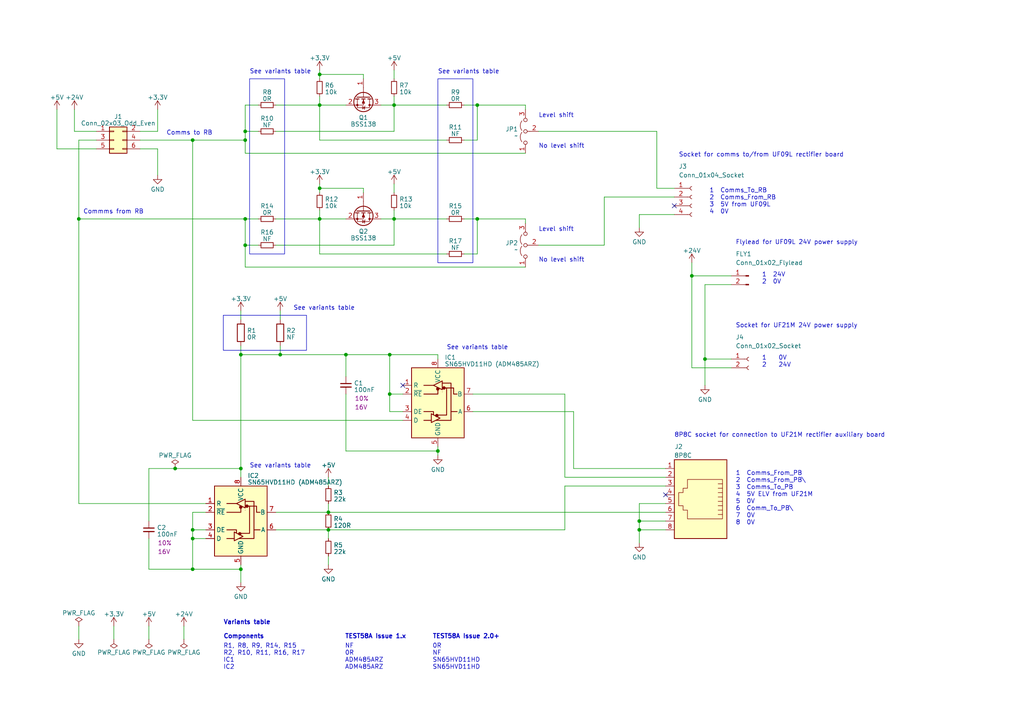
<source format=kicad_sch>
(kicad_sch (version 20230121) (generator eeschema)
  (paper "A4")
  (title_block (title "TEST58M Rectifier Interface Board") (rev "00.02") (company "Control Techniques"))
  (lib_symbols
    (symbol "Connector:8P8C" (pin_names (offset 1.016))
      (property "Reference" "J" (at -5.08 13.97 0))
      (property "Value" "8P8C" (at 2.54 13.97 0))
      (symbol "8P8C_0_1"
        (polyline (pts (xy -5.08 4.445) (xy -6.35 4.445)))
        (polyline (pts (xy -5.08 5.715) (xy -6.35 5.715)))
        (polyline (pts (xy -6.35 -3.175) (xy -5.08 -3.175) (xy -5.08 -3.175)))
        (polyline (pts (xy -6.35 -1.905) (xy -5.08 -1.905) (xy -5.08 -1.905)))
        (polyline (pts (xy -6.35 -0.635) (xy -5.08 -0.635) (xy -5.08 -0.635)))
        (polyline (pts (xy -6.35 0.635) (xy -5.08 0.635) (xy -5.08 0.635)))
        (polyline (pts (xy -6.35 1.905) (xy -5.08 1.905) (xy -5.08 1.905)))
        (polyline (pts (xy -5.08 3.175) (xy -6.35 3.175) (xy -6.35 3.175)))
        (polyline (pts (xy -6.35 -4.445) (xy -6.35 6.985) (xy 3.81 6.985) (xy 3.81 4.445) (xy 5.08 4.445) (xy 5.08 3.175) (xy 6.35 3.175) (xy 6.35 -0.635) (xy 5.08 -0.635) (xy 5.08 -1.905) (xy 3.81 -1.905) (xy 3.81 -4.445) (xy -6.35 -4.445) (xy -6.35 -4.445)))
        (rectangle (start 7.62 12.7) (end -7.62 -10.16) (stroke (width 0.254)) (fill (type background)))
      )
      (symbol "8P8C_1_1"
        (pin passive line (at 10.16 -7.62 180) (length 2.54) (name "~") (number "1"))
        (pin passive line (at 10.16 -5.08 180) (length 2.54) (name "~") (number "2"))
        (pin passive line (at 10.16 -2.54 180) (length 2.54) (name "~") (number "3"))
        (pin passive line (at 10.16 0 180) (length 2.54) (name "~") (number "4"))
        (pin passive line (at 10.16 2.54 180) (length 2.54) (name "~") (number "5"))
        (pin passive line (at 10.16 5.08 180) (length 2.54) (name "~") (number "6"))
        (pin passive line (at 10.16 7.62 180) (length 2.54) (name "~") (number "7"))
        (pin passive line (at 10.16 10.16 180) (length 2.54) (name "~") (number "8"))
      )
    )
    (symbol "Connector:Conn_01x02_Pin" (pin_names (offset 1.016) hide)
      (property "Reference" "J" (at 0 2.54 0))
      (property "Value" "Conn_01x02_Pin" (at 0 -5.08 0))
      (symbol "Conn_01x02_Pin_1_1"
        (polyline (pts (xy 1.27 -2.54) (xy 0.8636 -2.54)) (stroke (width 0.1524)))
        (polyline (pts (xy 1.27 0) (xy 0.8636 0)) (stroke (width 0.1524)))
        (rectangle (start 0.8636 -2.413) (end 0 -2.667) (stroke (width 0.1524)) (fill (type outline)))
        (rectangle (start 0.8636 0.127) (end 0 -0.127) (stroke (width 0.1524)) (fill (type outline)))
        (pin passive line (at 5.08 0 180) (length 3.81) (name "Pin_1") (number "1"))
        (pin passive line (at 5.08 -2.54 180) (length 3.81) (name "Pin_2") (number "2"))
      )
    )
    (symbol "Connector:Conn_01x02_Socket" (pin_names (offset 1.016) hide)
      (property "Reference" "J" (at 0 2.54 0))
      (property "Value" "Conn_01x02_Socket" (at 0 -5.08 0))
      (symbol "Conn_01x02_Socket_1_1"
        (arc (start 0 -2.032) (mid -0.5058 -2.54) (end 0 -3.048) (stroke (width 0.1524)))
        (polyline (pts (xy -1.27 -2.54) (xy -0.508 -2.54)) (stroke (width 0.1524)))
        (polyline (pts (xy -1.27 0) (xy -0.508 0)) (stroke (width 0.1524)))
        (arc (start 0 0.508) (mid -0.5058 0) (end 0 -0.508) (stroke (width 0.1524)))
        (pin passive line (at -5.08 0 0) (length 3.81) (name "Pin_1") (number "1"))
        (pin passive line (at -5.08 -2.54 0) (length 3.81) (name "Pin_2") (number "2"))
      )
    )
    (symbol "Connector:Conn_01x04_Socket" (pin_names (offset 1.016) hide)
      (property "Reference" "J" (at 0 5.08 0))
      (property "Value" "Conn_01x04_Socket" (at 0 -7.62 0))
      (symbol "Conn_01x04_Socket_1_1"
        (arc (start 0 -4.572) (mid -0.5058 -5.08) (end 0 -5.588) (stroke (width 0.1524)))
        (arc (start 0 -2.032) (mid -0.5058 -2.54) (end 0 -3.048) (stroke (width 0.1524)))
        (polyline (pts (xy -1.27 -5.08) (xy -0.508 -5.08)) (stroke (width 0.1524)))
        (polyline (pts (xy -1.27 -2.54) (xy -0.508 -2.54)) (stroke (width 0.1524)))
        (polyline (pts (xy -1.27 0) (xy -0.508 0)) (stroke (width 0.1524)))
        (polyline (pts (xy -1.27 2.54) (xy -0.508 2.54)) (stroke (width 0.1524)))
        (arc (start 0 0.508) (mid -0.5058 0) (end 0 -0.508) (stroke (width 0.1524)))
        (arc (start 0 3.048) (mid -0.5058 2.54) (end 0 2.032) (stroke (width 0.1524)))
        (pin passive line (at -5.08 2.54 0) (length 3.81) (name "Pin_1") (number "1"))
        (pin passive line (at -5.08 0 0) (length 3.81) (name "Pin_2") (number "2"))
        (pin passive line (at -5.08 -2.54 0) (length 3.81) (name "Pin_3") (number "3"))
        (pin passive line (at -5.08 -5.08 0) (length 3.81) (name "Pin_4") (number "4"))
      )
    )
    (symbol "Connector_Generic:Conn_02x03_Odd_Even" (pin_names (offset 1.016) hide)
      (property "Reference" "J" (at 1.27 5.08 0))
      (property "Value" "Conn_02x03_Odd_Even" (at 1.27 -5.08 0))
      (symbol "Conn_02x03_Odd_Even_1_1"
        (rectangle (start -1.27 -2.413) (end 0 -2.667) (stroke (width 0.1524)))
        (rectangle (start -1.27 0.127) (end 0 -0.127) (stroke (width 0.1524)))
        (rectangle (start -1.27 2.667) (end 0 2.413) (stroke (width 0.1524)))
        (rectangle (start -1.27 3.81) (end 3.81 -3.81) (stroke (width 0.254)) (fill (type background)))
        (rectangle (start 3.81 -2.413) (end 2.54 -2.667) (stroke (width 0.1524)))
        (rectangle (start 3.81 0.127) (end 2.54 -0.127) (stroke (width 0.1524)))
        (rectangle (start 3.81 2.667) (end 2.54 2.413) (stroke (width 0.1524)))
        (pin passive line (at -5.08 2.54 0) (length 3.81) (name "Pin_1") (number "1"))
        (pin passive line (at 7.62 2.54 180) (length 3.81) (name "Pin_2") (number "2"))
        (pin passive line (at -5.08 0 0) (length 3.81) (name "Pin_3") (number "3"))
        (pin passive line (at 7.62 0 180) (length 3.81) (name "Pin_4") (number "4"))
        (pin passive line (at -5.08 -2.54 0) (length 3.81) (name "Pin_5") (number "5"))
        (pin passive line (at 7.62 -2.54 180) (length 3.81) (name "Pin_6") (number "6"))
      )
    )
    (symbol "Device:C_Small" (pin_numbers hide) (pin_names (offset 0.254) hide)
      (property "Reference" "C" (at 0.254 1.778 0))
      (property "Value" "C_Small" (at 0.254 -2.032 0))
      (symbol "C_Small_0_1"
        (polyline (pts (xy -1.524 -0.508) (xy 1.524 -0.508)) (stroke (width 0.3302)))
        (polyline (pts (xy -1.524 0.508) (xy 1.524 0.508)) (stroke (width 0.3048)))
      )
      (symbol "C_Small_1_1"
        (pin passive line (at 0 2.54 270) (length 2.032) (name "~") (number "1"))
        (pin passive line (at 0 -2.54 90) (length 2.032) (name "~") (number "2"))
      )
    )
    (symbol "Device:R" (pin_numbers hide) (pin_names (offset 0))
      (property "Reference" "R" (at 2.032 0 90))
      (property "Value" "R" (at 0 0 90))
      (symbol "R_0_1"
        (rectangle (start -1.016 -2.54) (end 1.016 2.54) (stroke (width 0.254)))
      )
      (symbol "R_1_1"
        (pin passive line (at 0 3.81 270) (length 1.27) (name "~") (number "1"))
        (pin passive line (at 0 -3.81 90) (length 1.27) (name "~") (number "2"))
      )
    )
    (symbol "Device:R_Small" (pin_numbers hide) (pin_names (offset 0.254) hide)
      (property "Reference" "R" (at 0.762 0.508 0))
      (property "Value" "R_Small" (at 0.762 -1.016 0))
      (symbol "R_Small_0_1"
        (rectangle (start -0.762 1.778) (end 0.762 -1.778) (stroke (width 0.2032)))
      )
      (symbol "R_Small_1_1"
        (pin passive line (at 0 2.54 270) (length 0.762) (name "~") (number "1"))
        (pin passive line (at 0 -2.54 90) (length 0.762) (name "~") (number "2"))
      )
    )
    (symbol "Interface_UART:SN65HVD11HD"
      (property "Reference" "U" (at -7.62 12.7 0))
      (property "Value" "SN65HVD11HD" (at 2.54 12.7 0))
      (symbol "SN65HVD11HD_0_1"
        (rectangle (start -7.62 10.16) (end 7.62 -10.16) (stroke (width 0.254)) (fill (type background)))
        (circle (center -0.3048 -3.683) (radius 0.3556) (stroke (width 0.254)) (fill (type outline)))
        (circle (center -0.0254 4.0386) (radius 0.3556) (stroke (width 0.254)) (fill (type outline)))
        (polyline (pts (xy -4.064 -5.08) (xy -1.905 -5.08)) (stroke (width 0.254)))
        (polyline (pts (xy -4.064 5.08) (xy -1.27 5.08)) (stroke (width 0.254)))
        (polyline (pts (xy -1.27 -3.2004) (xy -1.27 -3.4544)) (stroke (width 0.254)))
        (polyline (pts (xy -4.064 -2.54) (xy -1.27 -2.54) (xy -1.27 -3.175)) (stroke (width 0.254)))
        (polyline (pts (xy 0 3.81) (xy 0 2.54) (xy -4.064 2.54)) (stroke (width 0.254)))
        (polyline (pts (xy 1.27 5.715) (xy 3.81 5.715) (xy 3.81 -2.54)) (stroke (width 0.254)))
        (polyline (pts (xy 2.54 4.318) (xy 2.54 -3.556) (xy -0.254 -3.556)) (stroke (width 0.254)))
        (polyline (pts (xy -1.905 -3.175) (xy -1.905 -5.715) (xy 0.635 -4.445) (xy -1.905 -3.175)) (stroke (width 0.254)))
        (polyline (pts (xy -1.27 5.08) (xy 1.27 6.35) (xy 1.27 3.81) (xy -1.27 5.08)) (stroke (width 0.254)))
        (polyline (pts (xy -0.508 -5.08) (xy 3.81 -5.08) (xy 3.81 -2.54) (xy 5.588 -2.54)) (stroke (width 0.254)))
        (polyline (pts (xy 2.032 4.318) (xy 4.572 4.318) (xy 4.572 2.54) (xy 5.588 2.54)) (stroke (width 0.254)))
        (rectangle (start 1.27 3.175) (end 1.27 3.175))
        (circle (center 1.778 4.318) (radius 0.3556) (stroke (width 0.254)) (fill (type outline)))
      )
      (symbol "SN65HVD11HD_1_1"
        (pin output line (at -10.16 5.08 0) (length 2.54) (name "R") (number "1"))
        (pin input line (at -10.16 2.54 0) (length 2.54) (name "~{RE}") (number "2"))
        (pin input line (at -10.16 -2.54 0) (length 2.54) (name "DE") (number "3"))
        (pin input line (at -10.16 -5.08 0) (length 2.54) (name "D") (number "4"))
        (pin power_in line (at 0 -12.7 90) (length 2.54) (name "GND") (number "5"))
        (pin bidirectional line (at 10.16 -2.54 180) (length 2.54) (name "A") (number "6"))
        (pin bidirectional line (at 10.16 2.54 180) (length 2.54) (name "B") (number "7"))
        (pin power_in line (at 0 12.7 270) (length 2.54) (name "VCC") (number "8"))
      )
    )
    (symbol "Jumper:Jumper_3_Open" (pin_names (offset 0) hide)
      (property "Reference" "JP" (at -2.54 -2.54 0))
      (property "Value" "Jumper_3_Open" (at 0 2.794 0))
      (symbol "Jumper_3_Open_0_0"
        (circle (center -3.302 0) (radius 0.508))
        (circle (center 0 0) (radius 0.508))
        (circle (center 3.302 0) (radius 0.508))
      )
      (symbol "Jumper_3_Open_0_1"
        (arc (start -0.254 1.016) (mid -1.651 1.4992) (end -3.048 1.016))
        (polyline (pts (xy 0 -0.508) (xy 0 -1.27)))
        (arc (start 3.048 1.016) (mid 1.651 1.4992) (end 0.254 1.016))
      )
      (symbol "Jumper_3_Open_1_1"
        (pin passive line (at -6.35 0 0) (length 2.54) (name "A") (number "1"))
        (pin passive line (at 0 -3.81 90) (length 2.54) (name "C") (number "2"))
        (pin passive line (at 6.35 0 180) (length 2.54) (name "B") (number "3"))
      )
    )
    (symbol "Transistor_FET:BSS138" (pin_names hide)
      (property "Reference" "Q" (at 5.08 1.905 0))
      (property "Value" "BSS138" (at 5.08 0 0))
      (symbol "BSS138_0_1"
        (polyline (pts (xy 0.254 0) (xy -2.54 0)))
        (polyline (pts (xy 0.254 1.905) (xy 0.254 -1.905)) (stroke (width 0.254)))
        (polyline (pts (xy 0.762 -1.27) (xy 0.762 -2.286)) (stroke (width 0.254)))
        (polyline (pts (xy 0.762 0.508) (xy 0.762 -0.508)) (stroke (width 0.254)))
        (polyline (pts (xy 0.762 2.286) (xy 0.762 1.27)) (stroke (width 0.254)))
        (polyline (pts (xy 2.54 2.54) (xy 2.54 1.778)))
        (polyline (pts (xy 2.54 -2.54) (xy 2.54 0) (xy 0.762 0)))
        (polyline (pts (xy 0.762 -1.778) (xy 3.302 -1.778) (xy 3.302 1.778) (xy 0.762 1.778)))
        (polyline (pts (xy 1.016 0) (xy 2.032 0.381) (xy 2.032 -0.381) (xy 1.016 0)) (fill (type outline)))
        (polyline (pts (xy 2.794 0.508) (xy 2.921 0.381) (xy 3.683 0.381) (xy 3.81 0.254)))
        (polyline (pts (xy 3.302 0.381) (xy 2.921 -0.254) (xy 3.683 -0.254) (xy 3.302 0.381)))
        (circle (center 1.651 0) (radius 2.794) (stroke (width 0.254)))
        (circle (center 2.54 -1.778) (radius 0.254) (fill (type outline)))
        (circle (center 2.54 1.778) (radius 0.254) (fill (type outline)))
      )
      (symbol "BSS138_1_1"
        (pin input line (at -5.08 0 0) (length 2.54) (name "G") (number "1"))
        (pin passive line (at 2.54 -5.08 90) (length 2.54) (name "S") (number "2"))
        (pin passive line (at 2.54 5.08 270) (length 2.54) (name "D") (number "3"))
      )
    )
    (symbol "power:+24V" (power) (pin_names (offset 0))
      (property "Value" "+24V" (at 0 3.556 0))
      (symbol "+24V_0_1"
        (polyline (pts (xy -0.762 1.27) (xy 0 2.54)))
        (polyline (pts (xy 0 0) (xy 0 2.54)))
        (polyline (pts (xy 0 2.54) (xy 0.762 1.27)))
      )
      (symbol "+24V_1_1"
        (pin power_in line (at 0 0 90) (length 0) hide (name "+24V") (number "1"))
      )
    )
    (symbol "power:+3.3V" (power) (pin_names (offset 0))
      (property "Value" "+3.3V" (at 0 3.556 0))
      (symbol "+3.3V_0_1"
        (polyline (pts (xy -0.762 1.27) (xy 0 2.54)))
        (polyline (pts (xy 0 0) (xy 0 2.54)))
        (polyline (pts (xy 0 2.54) (xy 0.762 1.27)))
      )
      (symbol "+3.3V_1_1"
        (pin power_in line (at 0 0 90) (length 0) hide (name "+3.3V") (number "1"))
      )
    )
    (symbol "power:+5V" (power) (pin_names (offset 0))
      (property "Value" "+5V" (at 0 3.556 0))
      (symbol "+5V_0_1"
        (polyline (pts (xy -0.762 1.27) (xy 0 2.54)))
        (polyline (pts (xy 0 0) (xy 0 2.54)))
        (polyline (pts (xy 0 2.54) (xy 0.762 1.27)))
      )
      (symbol "+5V_1_1"
        (pin power_in line (at 0 0 90) (length 0) hide (name "+5V") (number "1"))
      )
    )
    (symbol "power:GND" (power) (pin_names (offset 0))
      (property "Value" "GND" (at 0 -3.81 0))
      (symbol "GND_0_1"
        (polyline (pts (xy 0 0) (xy 0 -1.27) (xy 1.27 -1.27) (xy 0 -2.54) (xy -1.27 -1.27) (xy 0 -1.27)))
      )
      (symbol "GND_1_1"
        (pin power_in line (at 0 0 270) (length 0) hide (name "GND") (number "1"))
      )
    )
    (symbol "power:PWR_FLAG" (power) (pin_numbers hide) (pin_names (offset 0) hide)
      (property "Value" "PWR_FLAG" (at 0 3.81 0))
      (symbol "PWR_FLAG_0_0"
        (pin power_out line (at 0 0 90) (length 0) (name "pwr") (number "1"))
      )
      (symbol "PWR_FLAG_0_1"
        (polyline (pts (xy 0 0) (xy 0 1.27) (xy -1.016 1.905) (xy 0 2.54) (xy 1.016 1.905) (xy 0 1.27)))
      )
    )
  )
  (junction (at 113.03 102.87))
  (junction (at 71.12 63.5))
  (junction (at 55.88 40.64))
  (junction (at 127 130.81))
  (junction (at 92.71 54.61))
  (junction (at 200.66 80.01))
  (junction (at 50.8 135.89))
  (junction (at 185.42 151.13))
  (junction (at 114.3 63.5))
  (junction (at 71.12 40.64))
  (junction (at 22.86 63.5))
  (junction (at 69.85 135.89))
  (junction (at 113.03 114.3))
  (junction (at 55.88 165.1))
  (junction (at 55.88 153.67))
  (junction (at 204.47 104.14))
  (junction (at 71.12 71.12))
  (junction (at 114.3 30.48))
  (junction (at 92.71 63.5))
  (junction (at 138.43 30.48))
  (junction (at 185.42 153.67))
  (junction (at 92.71 21.59))
  (junction (at 95.25 153.67))
  (junction (at 55.88 156.21))
  (junction (at 69.85 102.87))
  (junction (at 69.85 165.1))
  (junction (at 92.71 30.48))
  (junction (at 71.12 38.1))
  (junction (at 81.28 102.87))
  (junction (at 138.43 63.5))
  (junction (at 100.33 102.87))
  (junction (at 95.25 148.59))
  (no_connect (at 116.84 111.76))
  (no_connect (at 193.04 143.51))
  (no_connect (at 195.58 59.69))
  (wire (pts (xy 22.86 146.05) (xy 59.69 146.05)))
  (wire (pts (xy 81.28 102.87) (xy 100.33 102.87)))
  (wire (pts (xy 185.42 153.67) (xy 185.42 157.48)))
  (wire (pts (xy 69.85 135.89) (xy 69.85 138.43)))
  (wire (pts (xy 71.12 38.1) (xy 74.93 38.1)))
  (wire (pts (xy 74.93 30.48) (xy 71.12 30.48)))
  (wire (pts (xy 138.43 63.5) (xy 138.43 73.66)))
  (wire (pts (xy 43.18 165.1) (xy 55.88 165.1)))
  (wire (pts (xy 22.86 63.5) (xy 71.12 63.5)))
  (wire (pts (xy 200.66 80.01) (xy 200.66 106.68)))
  (wire (pts (xy 100.33 130.81) (xy 127 130.81)))
  (wire (pts (xy 114.3 71.12) (xy 114.3 63.5)))
  (wire (pts (xy 80.01 63.5) (xy 92.71 63.5)))
  (wire (pts (xy 113.03 114.3) (xy 116.84 114.3)))
  (wire (pts (xy 100.33 114.3) (xy 100.33 130.81)))
  (wire (pts (xy 27.94 40.64) (xy 22.86 40.64)))
  (wire (pts (xy 71.12 44.45) (xy 152.4 44.45)))
  (wire (pts (xy 92.71 21.59) (xy 92.71 22.86)))
  (wire (pts (xy 212.09 80.01) (xy 200.66 80.01)))
  (wire (pts (xy 190.5 54.61) (xy 195.58 54.61)))
  (wire (pts (xy 40.64 38.1) (xy 45.72 38.1)))
  (wire (pts (xy 80.01 71.12) (xy 114.3 71.12)))
  (wire (pts (xy 116.84 121.92) (xy 55.88 121.92)))
  (wire (pts (xy 114.3 63.5) (xy 114.3 60.96)))
  (wire (pts (xy 59.69 148.59) (xy 55.88 148.59)))
  (wire (pts (xy 69.85 102.87) (xy 81.28 102.87)))
  (wire (pts (xy 166.37 135.89) (xy 193.04 135.89)))
  (wire (pts (xy 134.62 30.48) (xy 138.43 30.48)))
  (wire (pts (xy 114.3 63.5) (xy 129.54 63.5)))
  (wire (pts (xy 92.71 63.5) (xy 92.71 73.66)))
  (wire (pts (xy 95.25 161.29) (xy 95.25 163.83)))
  (wire (pts (xy 185.42 151.13) (xy 185.42 153.67)))
  (wire (pts (xy 21.59 38.1) (xy 27.94 38.1)))
  (wire (pts (xy 80.01 38.1) (xy 114.3 38.1)))
  (wire (pts (xy 156.21 38.1) (xy 190.5 38.1)))
  (wire (pts (xy 185.42 62.23) (xy 185.42 66.04)))
  (wire (pts (xy 69.85 165.1) (xy 69.85 168.91)))
  (wire (pts (xy 55.88 40.64) (xy 55.88 121.92)))
  (wire (pts (xy 69.85 90.17) (xy 69.85 92.71)))
  (wire (pts (xy 71.12 71.12) (xy 74.93 71.12)))
  (wire (pts (xy 43.18 135.89) (xy 50.8 135.89)))
  (wire (pts (xy 100.33 109.22) (xy 100.33 102.87)))
  (wire (pts (xy 40.64 40.64) (xy 55.88 40.64)))
  (wire (pts (xy 55.88 156.21) (xy 59.69 156.21)))
  (wire (pts (xy 81.28 90.17) (xy 81.28 92.71)))
  (wire (pts (xy 43.18 181.61) (xy 43.18 185.42)))
  (wire (pts (xy 127 102.87) (xy 127 104.14)))
  (wire (pts (xy 185.42 153.67) (xy 193.04 153.67)))
  (wire (pts (xy 74.93 63.5) (xy 71.12 63.5)))
  (wire (pts (xy 55.88 148.59) (xy 55.88 153.67)))
  (wire (pts (xy 138.43 30.48) (xy 152.4 30.48)))
  (wire (pts (xy 33.02 181.61) (xy 33.02 185.42)))
  (wire (pts (xy 27.94 43.18) (xy 16.51 43.18)))
  (wire (pts (xy 105.41 54.61) (xy 92.71 54.61)))
  (wire (pts (xy 114.3 38.1) (xy 114.3 30.48)))
  (wire (pts (xy 53.34 181.61) (xy 53.34 185.42)))
  (wire (pts (xy 114.3 20.32) (xy 114.3 22.86)))
  (wire (pts (xy 71.12 30.48) (xy 71.12 38.1)))
  (wire (pts (xy 114.3 30.48) (xy 129.54 30.48)))
  (wire (pts (xy 163.83 138.43) (xy 193.04 138.43)))
  (wire (pts (xy 105.41 55.88) (xy 105.41 54.61)))
  (wire (pts (xy 55.88 40.64) (xy 71.12 40.64)))
  (wire (pts (xy 204.47 104.14) (xy 212.09 104.14)))
  (wire (pts (xy 45.72 43.18) (xy 45.72 50.8)))
  (wire (pts (xy 43.18 156.21) (xy 43.18 165.1)))
  (wire (pts (xy 92.71 63.5) (xy 100.33 63.5)))
  (wire (pts (xy 163.83 140.97) (xy 193.04 140.97)))
  (wire (pts (xy 137.16 119.38) (xy 166.37 119.38)))
  (wire (pts (xy 95.25 153.67) (xy 95.25 156.21)))
  (wire (pts (xy 127 130.81) (xy 127 132.08)))
  (wire (pts (xy 110.49 63.5) (xy 114.3 63.5)))
  (wire (pts (xy 92.71 53.34) (xy 92.71 54.61)))
  (wire (pts (xy 204.47 104.14) (xy 204.47 111.76)))
  (wire (pts (xy 212.09 106.68) (xy 200.66 106.68)))
  (wire (pts (xy 22.86 181.61) (xy 22.86 185.42)))
  (wire (pts (xy 114.3 53.34) (xy 114.3 55.88)))
  (wire (pts (xy 80.01 30.48) (xy 92.71 30.48)))
  (wire (pts (xy 152.4 64.77) (xy 152.4 63.5)))
  (wire (pts (xy 43.18 135.89) (xy 43.18 151.13)))
  (wire (pts (xy 22.86 40.64) (xy 22.86 63.5)))
  (wire (pts (xy 16.51 43.18) (xy 16.51 31.75)))
  (wire (pts (xy 175.26 57.15) (xy 195.58 57.15)))
  (wire (pts (xy 45.72 38.1) (xy 45.72 31.75)))
  (wire (pts (xy 95.25 153.67) (xy 163.83 153.67)))
  (wire (pts (xy 92.71 30.48) (xy 92.71 40.64)))
  (wire (pts (xy 69.85 163.83) (xy 69.85 165.1)))
  (wire (pts (xy 113.03 119.38) (xy 113.03 114.3)))
  (wire (pts (xy 105.41 22.86) (xy 105.41 21.59)))
  (wire (pts (xy 80.01 153.67) (xy 95.25 153.67)))
  (wire (pts (xy 92.71 30.48) (xy 92.71 27.94)))
  (wire (pts (xy 163.83 153.67) (xy 163.83 140.97)))
  (wire (pts (xy 50.8 135.89) (xy 69.85 135.89)))
  (wire (pts (xy 204.47 82.55) (xy 204.47 104.14)))
  (wire (pts (xy 113.03 102.87) (xy 127 102.87)))
  (wire (pts (xy 92.71 54.61) (xy 92.71 55.88)))
  (wire (pts (xy 95.25 146.05) (xy 95.25 148.59)))
  (wire (pts (xy 71.12 40.64) (xy 71.12 44.45)))
  (wire (pts (xy 71.12 71.12) (xy 71.12 77.47)))
  (wire (pts (xy 105.41 21.59) (xy 92.71 21.59)))
  (wire (pts (xy 200.66 80.01) (xy 200.66 76.2)))
  (wire (pts (xy 100.33 102.87) (xy 113.03 102.87)))
  (wire (pts (xy 116.84 119.38) (xy 113.03 119.38)))
  (wire (pts (xy 185.42 146.05) (xy 185.42 151.13)))
  (wire (pts (xy 134.62 63.5) (xy 138.43 63.5)))
  (wire (pts (xy 113.03 114.3) (xy 113.03 102.87)))
  (wire (pts (xy 55.88 153.67) (xy 59.69 153.67)))
  (wire (pts (xy 138.43 30.48) (xy 138.43 40.64)))
  (wire (pts (xy 127 129.54) (xy 127 130.81)))
  (wire (pts (xy 156.21 71.12) (xy 175.26 71.12)))
  (wire (pts (xy 71.12 38.1) (xy 71.12 40.64)))
  (wire (pts (xy 185.42 151.13) (xy 193.04 151.13)))
  (wire (pts (xy 21.59 31.75) (xy 21.59 38.1)))
  (wire (pts (xy 152.4 31.75) (xy 152.4 30.48)))
  (wire (pts (xy 71.12 77.47) (xy 152.4 77.47)))
  (wire (pts (xy 138.43 73.66) (xy 134.62 73.66)))
  (wire (pts (xy 69.85 102.87) (xy 69.85 135.89)))
  (wire (pts (xy 69.85 100.33) (xy 69.85 102.87)))
  (wire (pts (xy 95.25 138.43) (xy 95.25 140.97)))
  (wire (pts (xy 138.43 63.5) (xy 152.4 63.5)))
  (wire (pts (xy 138.43 40.64) (xy 134.62 40.64)))
  (wire (pts (xy 55.88 156.21) (xy 55.88 165.1)))
  (wire (pts (xy 193.04 146.05) (xy 185.42 146.05)))
  (wire (pts (xy 175.26 71.12) (xy 175.26 57.15)))
  (wire (pts (xy 190.5 38.1) (xy 190.5 54.61)))
  (wire (pts (xy 212.09 82.55) (xy 204.47 82.55)))
  (wire (pts (xy 55.88 153.67) (xy 55.88 156.21)))
  (wire (pts (xy 114.3 30.48) (xy 114.3 27.94)))
  (wire (pts (xy 92.71 20.32) (xy 92.71 21.59)))
  (wire (pts (xy 92.71 63.5) (xy 92.71 60.96)))
  (wire (pts (xy 166.37 119.38) (xy 166.37 135.89)))
  (wire (pts (xy 110.49 30.48) (xy 114.3 30.48)))
  (wire (pts (xy 163.83 114.3) (xy 163.83 138.43)))
  (wire (pts (xy 80.01 148.59) (xy 95.25 148.59)))
  (wire (pts (xy 185.42 62.23) (xy 195.58 62.23)))
  (wire (pts (xy 40.64 43.18) (xy 45.72 43.18)))
  (wire (pts (xy 22.86 63.5) (xy 22.86 146.05)))
  (wire (pts (xy 92.71 73.66) (xy 129.54 73.66)))
  (wire (pts (xy 55.88 165.1) (xy 69.85 165.1)))
  (wire (pts (xy 71.12 63.5) (xy 71.12 71.12)))
  (wire (pts (xy 81.28 102.87) (xy 81.28 100.33)))
  (wire (pts (xy 92.71 40.64) (xy 129.54 40.64)))
  (wire (pts (xy 137.16 114.3) (xy 163.83 114.3)))
  (wire (pts (xy 95.25 148.59) (xy 193.04 148.59)))
  (wire (pts (xy 92.71 30.48) (xy 100.33 30.48)))
  (rectangle (start 64.77 91.44) (end 88.9 101.6))
  (rectangle (start 127 22.86) (end 137.16 76.2))
  (rectangle (start 72.39 22.86) (end 82.55 73.66))
  (text "Variants table\n\nComponents					TEST58A Issue 1.x	TEST58A Issue 2.0+" (at 64.77 185.42 0) (effects (font (size 1.27 1.27) (thickness 0.254) bold) (justify left bottom)))
  (text "1	0V\n2	24V" (at 220.98 106.68 0) (effects (font (size 1.27 1.27)) (justify left bottom)))
  (text "Commms from RB" (at 24.13 62.23 0) (effects (font (size 1.27 1.27)) (justify left bottom)))
  (text "See variants table" (at 127 21.59 0) (effects (font (size 1.27 1.27)) (justify left bottom)))
  (text "Level shift" (at 156.21 67.31 0) (effects (font (size 1.27 1.27)) (justify left bottom)))
  (text "Socket for comms to/from UF09L rectifier board" (at 196.85 45.72 0) (effects (font (size 1.27 1.27)) (justify left bottom)))
  (text "See variants table" (at 72.39 135.89 0) (effects (font (size 1.27 1.27)) (justify left bottom)))
  (text "No level shift" (at 156.21 43.18 0) (effects (font (size 1.27 1.27)) (justify left bottom)))
  (text "Comms to RB" (at 48.26 39.37 0) (effects (font (size 1.27 1.27)) (justify left bottom)))
  (text "See variants table" (at 129.54 101.6 0) (effects (font (size 1.27 1.27)) (justify left bottom)))
  (text "See variants table" (at 85.09 90.17 0) (effects (font (size 1.27 1.27)) (justify left bottom)))
  (text "8P8C socket for connection to UF21M rectifier auxiliary board" (at 195.58 127 0) (effects (font (size 1.27 1.27)) (justify left bottom)))
  (text "Flylead for UF09L 24V power supply" (at 213.36 71.12 0) (effects (font (size 1.27 1.27)) (justify left bottom)))
  (text "Socket for UF21M 24V power supply" (at 213.36 95.25 0) (effects (font (size 1.27 1.27)) (justify left bottom)))
  (text "1  24V\n2  0V" (at 220.98 82.55 0) (effects (font (size 1.27 1.27)) (justify left bottom)))
  (text "Level shift" (at 156.21 34.29 0) (effects (font (size 1.27 1.27)) (justify left bottom)))
  (text "R1, R8, R9, R14, R15	 	NF					0R\nR2, R10, R11, R16, R17 		0R					NF\nIC1	 						ADM485ARZ	    	SN65HVD11HD\nIC2							ADM485ARZ			SN65HVD11HD\n" (at 64.77 194.31 0) (effects (font (size 1.27 1.27)) (justify left bottom)))
  (text "No level shift" (at 156.21 76.2 0) (effects (font (size 1.27 1.27)) (justify left bottom)))
  (text "See variants table" (at 72.39 21.59 0) (effects (font (size 1.27 1.27)) (justify left bottom)))
  (text "1  Comms_To_RB\n2  Comms_From_RB\n3  5V from UF09L\n4  0V" (at 205.74 62.23 0) (effects (font (size 1.27 1.27)) (justify left bottom)))
  (text "1  Comms_From_PB\n2  Comms_From_PB\\\n3  Comms_To_PB\n4  5V ELV from UF21M\n5  0V\n6  Comm_To_PB\\\n7  0V\n8  0V" (at 213.36 152.4 0) (effects (font (size 1.27 1.27)) (justify left bottom)))
  (symbol (lib_id "Device:C_Small") (at 43.18 153.67 0) (unit 1)
    (property "Reference" "C2" (at 45.5041 153.0326 0) (effects (justify left)))
    (property "Value" "100nF" (at 45.5041 154.9536 0) (effects (justify left)))
    (property "Footprint" "Capacitor_SMD:C_0805_2012Metric_Pad1.18x1.45mm_HandSolder" (effects hide))
    (property "Tolerance" "10%" (at 45.72 157.48 0) (effects (justify left)))
    (property "Voltage" "16V" (at 45.72 160.02 0) (effects (justify left)))
    (property "CT-PtNumber" "1433-6104" (effects hide))
  )
  (symbol (lib_id "power:+5V") (at 114.3 20.32 0) (unit 1)
    (property "Reference" "#PWR01" (effects hide))
    (property "Value" "+5V" (at 114.3 16.8181 0))
  )
  (symbol (lib_id "Device:R_Small") (at 77.47 63.5 270) (unit 1)
    (property "Reference" "R14" (at 77.47 59.7535 90))
    (property "Value" "0R" (at 77.47 61.6745 90))
    (property "Footprint" "Resistor_SMD:R_0805_2012Metric_Pad1.20x1.40mm_HandSolder" (effects hide))
    (property "CT-PtNumber" "1124-0000" (effects hide))
    (property "Tolerance" "0%" (effects hide))
  )
  (symbol (lib_id "power:+3.3V") (at 92.71 20.32 0) (unit 1)
    (property "Reference" "#PWR010" (effects hide))
    (property "Value" "+3.3V" (at 92.71 16.8181 0))
  )
  (symbol (lib_id "power:GND") (at 204.47 111.76 0) (unit 1)
    (property "Reference" "#PWR016" (effects hide))
    (property "Value" "GND" (at 204.47 115.8955 0))
  )
  (symbol (lib_id "Device:R_Small") (at 132.08 73.66 270) (unit 1)
    (property "Reference" "R17" (at 132.08 69.9135 90))
    (property "Value" "NF" (at 132.08 71.8345 90))
    (property "Footprint" "Resistor_SMD:R_0805_2012Metric_Pad1.20x1.40mm_HandSolder" (effects hide))
    (property "CT-PtNumber" "N/A" (effects hide))
  )
  (symbol (lib_id "Device:R_Small") (at 92.71 25.4 0) (unit 1)
    (property "Reference" "R6" (at 94.2086 24.7563 0) (effects (justify left)))
    (property "Value" "10k" (at 94.2086 26.6773 0) (effects (justify left)))
    (property "Footprint" "Resistor_SMD:R_0805_2012Metric_Pad1.20x1.40mm_HandSolder" (effects hide))
    (property "CT-PtNumber" "1124-5101" (effects hide))
  )
  (symbol (lib_id "Device:R_Small") (at 77.47 71.12 270) (unit 1)
    (property "Reference" "R16" (at 77.47 67.3735 90))
    (property "Value" "NF" (at 77.47 69.2945 90))
    (property "Footprint" "Resistor_SMD:R_0805_2012Metric_Pad1.20x1.40mm_HandSolder" (effects hide))
    (property "CT-PtNumber" "N/A" (effects hide))
  )
  (symbol (lib_id "power:GND") (at 185.42 66.04 0) (unit 1)
    (property "Reference" "#PWR017" (effects hide))
    (property "Value" "GND" (at 185.42 70.1755 0))
  )
  (symbol (lib_id "Connector_Generic:Conn_02x03_Odd_Even") (at 33.02 40.64 0) (unit 1)
    (property "Reference" "J1" (at 34.29 33.8201 0))
    (property "Value" "Conn_02x03_Odd_Even" (at 34.29 35.7411 0))
    (property "Footprint" "CustomPads:CSB0201" (effects hide))
    (property "CT-PtNumber" "3432-2030" (effects hide))
  )
  (symbol (lib_id "Device:R_Small") (at 95.25 151.13 0) (unit 1)
    (property "Reference" "R4" (at 96.7486 150.4863 0) (effects (justify left)))
    (property "Value" "120R" (at 96.7486 152.4073 0) (effects (justify left)))
    (property "Footprint" "Resistor_SMD:R_1206_3216Metric_Pad1.30x1.75mm_HandSolder" (effects hide))
    (property "CT-PtNumber" "1125-3121" (effects hide))
  )
  (symbol (lib_id "Jumper:Jumper_3_Open") (at 152.4 38.1 90) (unit 1)
    (property "Reference" "JP1" (at 150.2659 37.4563 90) (effects (justify left)))
    (property "Value" "~" (at 150.2659 39.3773 90) (effects (justify left)))
    (property "Footprint" "Connector_PinHeader_2.54mm:PinHeader_1x03_P2.54mm_Vertical" (effects hide))
    (property "CT-PtNumber" "N/A" (effects hide))
  )
  (symbol (lib_id "Device:R_Small") (at 95.25 143.51 0) (unit 1)
    (property "Reference" "R3" (at 96.7486 142.8663 0) (effects (justify left)))
    (property "Value" "22k" (at 96.7486 144.7873 0) (effects (justify left)))
    (property "Footprint" "Resistor_SMD:R_1206_3216Metric_Pad1.30x1.75mm_HandSolder" (effects hide))
    (property "CT-PtNumber" "1125-5221" (effects hide))
  )
  (symbol (lib_id "power:PWR_FLAG") (at 22.86 181.61 0) (unit 1)
    (property "Reference" "#FLG01" (effects hide))
    (property "Value" "PWR_FLAG" (at 22.86 177.8 0))
  )
  (symbol (lib_id "Connector:Conn_01x04_Socket") (at 200.66 57.15 0) (unit 1)
    (property "Reference" "J3" (at 196.85 48.26 0) (effects (justify left)))
    (property "Value" "Conn_01x04_Socket" (at 196.85 50.8 0) (effects (justify left)))
    (property "Footprint" "CustomPads:A2051-4P" (effects hide))
    (property "CT-PtNumber" "3432-2504" (effects hide))
  )
  (symbol (lib_id "power:+24V") (at 21.59 31.75 0) (unit 1)
    (property "Reference" "#PWR06" (effects hide))
    (property "Value" "+24V" (at 21.59 28.2481 0))
  )
  (symbol (lib_id "Device:R") (at 81.28 96.52 0) (unit 1)
    (property "Reference" "R2" (at 83.058 95.8763 0) (effects (justify left)))
    (property "Value" "NF" (at 83.058 97.7973 0) (effects (justify left)))
    (property "Footprint" "Resistor_SMD:R_0805_2012Metric_Pad1.20x1.40mm_HandSolder" (effects hide))
    (property "CT-PtNumber" "N/A" (effects hide))
  )
  (symbol (lib_id "Transistor_FET:BSS138") (at 105.41 27.94 270) (unit 1)
    (property "Reference" "Q1" (at 105.41 34.1075 90))
    (property "Value" "BSS138" (at 105.41 36.0285 90))
    (property "Footprint" "Package_TO_SOT_SMD:SOT-23" (effects hide))
    (property "Datasheet" "https://www.onsemi.com/pub/Collateral/BSS138-D.PDF" (effects hide))
    (property "CT-PtNumber" "2142-0026" (effects hide))
  )
  (symbol (lib_id "power:+3.3V") (at 92.71 53.34 0) (unit 1)
    (property "Reference" "#PWR011" (effects hide))
    (property "Value" "+3.3V" (at 92.71 49.8381 0))
  )
  (symbol (lib_id "power:GND") (at 22.86 185.42 0) (unit 1)
    (property "Reference" "#PWR013" (effects hide))
    (property "Value" "GND" (at 22.86 189.5555 0))
  )
  (symbol (lib_id "power:GND") (at 127 132.08 0) (unit 1)
    (property "Reference" "#PWR08" (effects hide))
    (property "Value" "GND" (at 127 136.2155 0))
  )
  (symbol (lib_id "Device:R_Small") (at 95.25 158.75 0) (unit 1)
    (property "Reference" "R5" (at 96.7486 158.1063 0) (effects (justify left)))
    (property "Value" "22k" (at 96.7486 160.0273 0) (effects (justify left)))
    (property "Footprint" "Resistor_SMD:R_1206_3216Metric_Pad1.30x1.75mm_HandSolder" (effects hide))
    (property "CT-PtNumber" "1125-5221" (effects hide))
  )
  (symbol (lib_id "Device:R_Small") (at 77.47 38.1 270) (unit 1)
    (property "Reference" "R10" (at 77.47 34.3535 90))
    (property "Value" "NF" (at 77.47 36.2745 90))
    (property "Footprint" "Resistor_SMD:R_0805_2012Metric_Pad1.20x1.40mm_HandSolder" (effects hide))
    (property "CT-PtNumber" "N/A" (effects hide))
  )
  (symbol (lib_id "power:PWR_FLAG") (at 43.18 185.42 0) (mirror x) (unit 1)
    (property "Reference" "#FLG03" (effects hide))
    (property "Value" "PWR_FLAG" (at 43.18 189.23 0))
  )
  (symbol (lib_id "power:PWR_FLAG") (at 53.34 185.42 0) (mirror x) (unit 1)
    (property "Reference" "#FLG04" (effects hide))
    (property "Value" "PWR_FLAG" (at 53.34 189.23 0))
  )
  (symbol (lib_id "Device:R") (at 69.85 96.52 0) (unit 1)
    (property "Reference" "R1" (at 71.628 95.8763 0) (effects (justify left)))
    (property "Value" "0R" (at 71.628 97.7973 0) (effects (justify left)))
    (property "Footprint" "Resistor_SMD:R_0805_2012Metric_Pad1.20x1.40mm_HandSolder" (effects hide))
    (property "CT-PtNumber" "1124-0000" (effects hide))
    (property "Tolerance" "0%" (effects hide))
  )
  (symbol (lib_id "Device:R_Small") (at 77.47 30.48 270) (unit 1)
    (property "Reference" "R8" (at 77.47 26.7335 90))
    (property "Value" "0R" (at 77.47 28.6545 90))
    (property "Footprint" "Resistor_SMD:R_0805_2012Metric_Pad1.20x1.40mm_HandSolder" (effects hide))
    (property "CT-PtNumber" "1124-0000" (effects hide))
    (property "Tolerance" "0%" (effects hide))
  )
  (symbol (lib_id "Transistor_FET:BSS138") (at 105.41 60.96 270) (unit 1)
    (property "Reference" "Q2" (at 105.41 67.1275 90))
    (property "Value" "BSS138" (at 105.41 69.0485 90))
    (property "Footprint" "Package_TO_SOT_SMD:SOT-23" (effects hide))
    (property "Datasheet" "https://www.onsemi.com/pub/Collateral/BSS138-D.PDF" (effects hide))
    (property "CT-PtNumber" "2142-0026" (effects hide))
  )
  (symbol (lib_id "Device:R_Small") (at 132.08 40.64 270) (unit 1)
    (property "Reference" "R11" (at 132.08 36.8935 90))
    (property "Value" "NF" (at 132.08 38.8145 90))
    (property "Footprint" "Resistor_SMD:R_0805_2012Metric_Pad1.20x1.40mm_HandSolder" (effects hide))
    (property "CT-PtNumber" "N/A" (effects hide))
  )
  (symbol (lib_id "power:+24V") (at 200.66 76.2 0) (unit 1)
    (property "Reference" "#PWR015" (effects hide))
    (property "Value" "+24V" (at 200.66 72.6981 0))
  )
  (symbol (lib_id "power:GND") (at 45.72 50.8 0) (unit 1)
    (property "Reference" "#PWR07" (effects hide))
    (property "Value" "GND" (at 45.72 54.9355 0))
  )
  (symbol (lib_id "Interface_UART:SN65HVD11HD") (at 127 116.84 0) (unit 1)
    (property "Reference" "IC1" (at 128.9559 103.6701 0) (effects (justify left)))
    (property "Value" "SN65HVD11HD (ADM485ARZ)" (at 128.9559 105.5911 0) (effects (justify left)))
    (property "Footprint" "Package_SO:SOIC-8_3.9x4.9mm_P1.27mm" (effects hide))
    (property "Datasheet" "http://www.ti.com/lit/ds/symlink/sn65hvd11-ht.pdf" (effects hide))
    (property "CT-PtNumber" "2238-6510 (2238-1485)" (effects hide))
  )
  (symbol (lib_id "Device:R_Small") (at 114.3 25.4 0) (unit 1)
    (property "Reference" "R7" (at 115.7986 24.7563 0) (effects (justify left)))
    (property "Value" "10k" (at 115.7986 26.6773 0) (effects (justify left)))
    (property "Footprint" "Resistor_SMD:R_0805_2012Metric_Pad1.20x1.40mm_HandSolder" (effects hide))
    (property "CT-PtNumber" "1124-5101" (effects hide))
  )
  (symbol (lib_id "power:PWR_FLAG") (at 50.8 135.89 0) (unit 1)
    (property "Reference" "#FLG05" (effects hide))
    (property "Value" "PWR_FLAG" (at 50.8 132.08 0))
  )
  (symbol (lib_id "power:+3.3V") (at 69.85 90.17 0) (unit 1)
    (property "Reference" "#PWR03" (effects hide))
    (property "Value" "+3.3V" (at 69.85 86.6681 0))
  )
  (symbol (lib_id "power:+3.3V") (at 33.02 181.61 0) (unit 1)
    (property "Reference" "#PWR021" (effects hide))
    (property "Value" "+3.3V" (at 33.02 178.1081 0))
  )
  (symbol (lib_id "power:+3.3V") (at 45.72 31.75 0) (unit 1)
    (property "Reference" "#PWR04" (effects hide))
    (property "Value" "+3.3V" (at 45.72 28.2481 0))
  )
  (symbol (lib_id "power:+5V") (at 16.51 31.75 0) (unit 1)
    (property "Reference" "#PWR05" (effects hide))
    (property "Value" "+5V" (at 16.51 28.2481 0))
  )
  (symbol (lib_id "power:PWR_FLAG") (at 33.02 185.42 0) (mirror x) (unit 1)
    (property "Reference" "#FLG02" (effects hide))
    (property "Value" "PWR_FLAG" (at 33.02 189.23 0))
  )
  (symbol (lib_id "Device:R_Small") (at 132.08 63.5 270) (unit 1)
    (property "Reference" "R15" (at 132.08 59.7535 90))
    (property "Value" "0R" (at 132.08 61.6745 90))
    (property "Footprint" "Resistor_SMD:R_0805_2012Metric_Pad1.20x1.40mm_HandSolder" (effects hide))
    (property "CT-PtNumber" "1124-0000" (effects hide))
    (property "Tolerance" "0%" (effects hide))
  )
  (symbol (lib_id "power:+5V") (at 81.28 90.17 0) (unit 1)
    (property "Reference" "#PWR02" (effects hide))
    (property "Value" "+5V" (at 81.28 86.6681 0))
  )
  (symbol (lib_id "Connector:Conn_01x02_Socket") (at 217.17 104.14 0) (unit 1)
    (property "Reference" "J4" (at 213.36 97.79 0) (effects (justify left)))
    (property "Value" "Conn_01x02_Socket" (at 213.36 100.33 0) (effects (justify left)))
    (property "Footprint" "CustomPads:ECH381V" (effects hide))
    (property "CT-PtNumber" "3438-3812" (effects hide))
  )
  (symbol (lib_id "power:GND") (at 95.25 163.83 0) (unit 1)
    (property "Reference" "#PWR019" (effects hide))
    (property "Value" "GND" (at 95.25 167.9655 0))
  )
  (symbol (lib_id "power:GND") (at 185.42 157.48 0) (unit 1)
    (property "Reference" "#PWR014" (effects hide))
    (property "Value" "GND" (at 185.42 161.6155 0))
  )
  (symbol (lib_id "Connector:8P8C") (at 203.2 143.51 180) (unit 1)
    (property "Reference" "J2" (at 196.85 129.54 0))
    (property "Value" "8P8C" (at 198.12 132.08 0))
    (property "Footprint" "CustomPads:RJ45Conn" (effects hide))
    (property "CT-PtNumber" "3432-4008" (effects hide))
  )
  (symbol (lib_id "Device:R_Small") (at 92.71 58.42 0) (unit 1)
    (property "Reference" "R12" (at 94.2086 57.7763 0) (effects (justify left)))
    (property "Value" "10k" (at 94.2086 59.6973 0) (effects (justify left)))
    (property "Footprint" "Resistor_SMD:R_0805_2012Metric_Pad1.20x1.40mm_HandSolder" (effects hide))
    (property "CT-PtNumber" "1124-5101" (effects hide))
  )
  (symbol (lib_id "power:+5V") (at 95.25 138.43 0) (unit 1)
    (property "Reference" "#PWR018" (effects hide))
    (property "Value" "+5V" (at 95.25 134.9281 0))
  )
  (symbol (lib_id "Device:R_Small") (at 132.08 30.48 270) (unit 1)
    (property "Reference" "R9" (at 132.08 26.7335 90))
    (property "Value" "0R" (at 132.08 28.6545 90))
    (property "Footprint" "Resistor_SMD:R_0805_2012Metric_Pad1.20x1.40mm_HandSolder" (effects hide))
    (property "CT-PtNumber" "1124-0000" (effects hide))
    (property "Tolerance" "0%" (effects hide))
  )
  (symbol (lib_id "power:+5V") (at 114.3 53.34 0) (unit 1)
    (property "Reference" "#PWR012" (effects hide))
    (property "Value" "+5V" (at 114.3 49.8381 0))
  )
  (symbol (lib_id "power:+5V") (at 43.18 181.61 0) (unit 1)
    (property "Reference" "#PWR020" (effects hide))
    (property "Value" "+5V" (at 43.18 178.1081 0))
  )
  (symbol (lib_id "Device:R_Small") (at 114.3 58.42 0) (unit 1)
    (property "Reference" "R13" (at 115.7986 57.7763 0) (effects (justify left)))
    (property "Value" "10k" (at 115.7986 59.6973 0) (effects (justify left)))
    (property "Footprint" "Resistor_SMD:R_0805_2012Metric_Pad1.20x1.40mm_HandSolder" (effects hide))
    (property "CT-PtNumber" "1124-5101" (effects hide))
  )
  (symbol (lib_id "power:+24V") (at 53.34 181.61 0) (unit 1)
    (property "Reference" "#PWR022" (effects hide))
    (property "Value" "+24V" (at 53.34 178.1081 0))
  )
  (symbol (lib_id "Interface_UART:SN65HVD11HD") (at 69.85 151.13 0) (unit 1)
    (property "Reference" "IC2" (at 71.8059 137.9601 0) (effects (justify left)))
    (property "Value" "SN65HVD11HD (ADM485ARZ)" (at 71.8059 139.8811 0) (effects (justify left)))
    (property "Footprint" "Package_SO:SOIC-8_3.9x4.9mm_P1.27mm" (effects hide))
    (property "Datasheet" "http://www.ti.com/lit/ds/symlink/sn65hvd11-ht.pdf" (effects hide))
    (property "CT-PtNumber" "2238-6510 (2238-1485)" (effects hide))
  )
  (symbol (lib_id "power:GND") (at 69.85 168.91 0) (unit 1)
    (property "Reference" "#PWR09" (effects hide))
    (property "Value" "GND" (at 69.85 173.0455 0))
  )
  (symbol (lib_id "Device:C_Small") (at 100.33 111.76 0) (unit 1)
    (property "Reference" "C1" (at 102.6541 111.1226 0) (effects (justify left)))
    (property "Value" "100nF" (at 102.6541 113.0436 0) (effects (justify left)))
    (property "Footprint" "Capacitor_SMD:C_0805_2012Metric_Pad1.18x1.45mm_HandSolder" (effects hide))
    (property "Tolerance" "10%" (at 102.87 115.57 0) (effects (justify left)))
    (property "Voltage" "16V" (at 102.87 118.11 0) (effects (justify left)))
    (property "CT-PtNumber" "1433-6104" (effects hide))
  )
  (symbol (lib_id "Connector:Conn_01x02_Pin") (at 217.17 80.01 0) (mirror y) (unit 1)
    (property "Reference" "FLY1" (at 213.36 73.66 0) (effects (justify right)))
    (property "Value" "Conn_01x02_Flylead" (at 213.36 76.2 0) (effects (justify right)))
    (property "Footprint" "CustomPads:A2051-2P" (effects hide))
    (property "CT-PtNumber" "3432-2502" (effects hide))
  )
  (symbol (lib_id "Jumper:Jumper_3_Open") (at 152.4 71.12 90) (unit 1)
    (property "Reference" "JP2" (at 150.2659 70.4763 90) (effects (justify left)))
    (property "Value" "~" (at 150.2659 72.3973 90) (effects (justify left)))
    (property "Footprint" "Connector_PinHeader_2.54mm:PinHeader_1x03_P2.54mm_Vertical" (effects hide))
    (property "CT-PtNumber" "N/A" (effects hide))
  )
)
</source>
